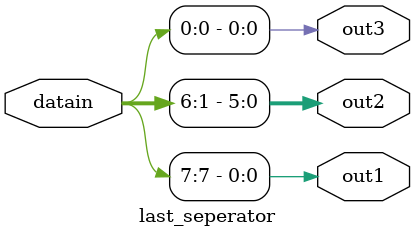
<source format=v>
module last_seperator(input [7:0]datain,output out1,output [5:0]out2,output out3);
  assign out1=datain[7];
  assign out2=datain[6:1];
  assign out3=datain[0];
endmodule


</source>
